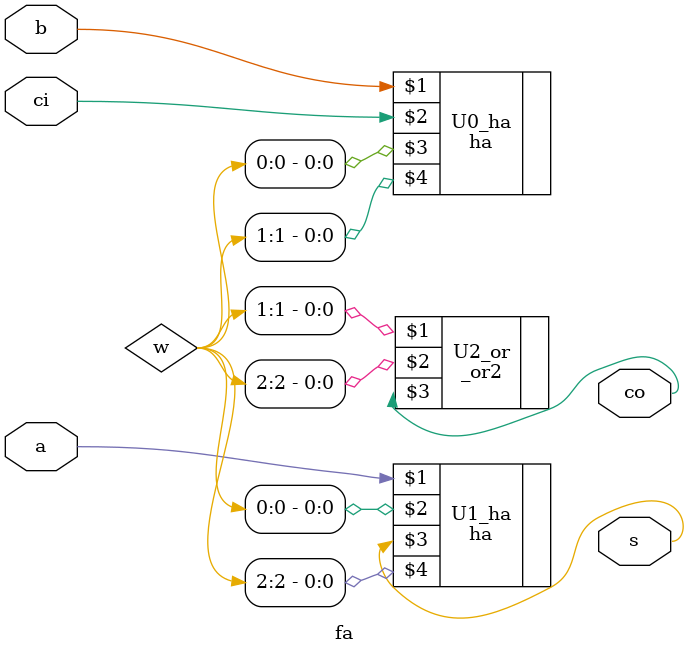
<source format=v>
module fa(a,b, ci, s, co); //full adder module for rca
	input a, b, ci;
	output s, co;
	wire [2:0]w;

	ha U0_ha(b, ci, w[0], w[1]);  //w[0] = (b XOR ci), w[1] = (b AND ci)
	ha U1_ha(a, w[0], s, w[2]);  //s = (a XOR w[0]), w[2] = (a AND w[0])
	_or2 U2_or(w[1], w[2], co); //co = (w[1] OR w[2])
endmodule

</source>
